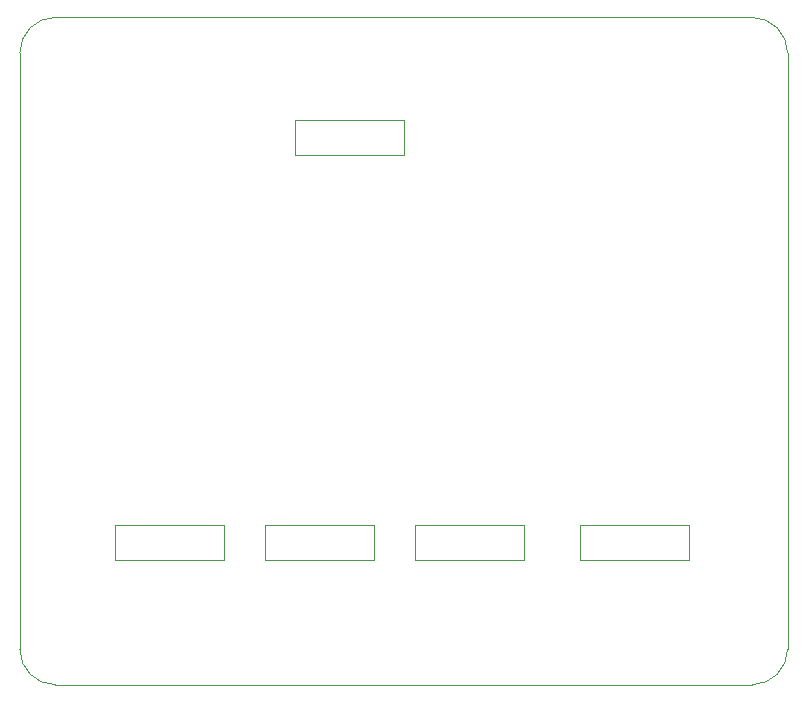
<source format=gbr>
%TF.GenerationSoftware,KiCad,Pcbnew,4.0.7*%
%TF.CreationDate,2018-01-22T14:26:12+01:00*%
%TF.ProjectId,RPi_Hat,5250695F4861742E6B696361645F7063,rev?*%
%TF.FileFunction,Other,User*%
%FSLAX46Y46*%
G04 Gerber Fmt 4.6, Leading zero omitted, Abs format (unit mm)*
G04 Created by KiCad (PCBNEW 4.0.7) date 01/22/18 14:26:12*
%MOMM*%
%LPD*%
G01*
G04 APERTURE LIST*
%ADD10C,0.050000*%
%ADD11C,0.100000*%
G04 APERTURE END LIST*
D10*
D11*
X55070000Y-48260000D02*
X114070000Y-48260000D01*
X117070000Y-51260000D02*
G75*
G03X114070000Y-48260000I-3000000J0D01*
G01*
X55070000Y-48260000D02*
G75*
G03X52070000Y-51260000I0J-3000000D01*
G01*
X117070000Y-51260000D02*
X117070000Y-101760000D01*
X52070000Y-93980000D02*
X52070000Y-63500000D01*
X114070000Y-104760000D02*
G75*
G03X117070000Y-101760000I0J3000000D01*
G01*
X52070000Y-101760000D02*
G75*
G03X55070000Y-104760000I3000000J0D01*
G01*
X52070000Y-86260000D02*
X52070000Y-101760000D01*
X52070000Y-51260000D02*
X52070000Y-67260000D01*
X55070000Y-104760000D02*
X114070000Y-104760000D01*
D10*
X99540000Y-94210000D02*
X108740000Y-94210000D01*
X99540000Y-94210000D02*
X99540000Y-91210000D01*
X108740000Y-91210000D02*
X108740000Y-94210000D01*
X108740000Y-91210000D02*
X99540000Y-91210000D01*
X85570000Y-94210000D02*
X94770000Y-94210000D01*
X85570000Y-94210000D02*
X85570000Y-91210000D01*
X94770000Y-91210000D02*
X94770000Y-94210000D01*
X94770000Y-91210000D02*
X85570000Y-91210000D01*
X72870000Y-94210000D02*
X82070000Y-94210000D01*
X72870000Y-94210000D02*
X72870000Y-91210000D01*
X82070000Y-91210000D02*
X82070000Y-94210000D01*
X82070000Y-91210000D02*
X72870000Y-91210000D01*
X60170000Y-94210000D02*
X69370000Y-94210000D01*
X60170000Y-94210000D02*
X60170000Y-91210000D01*
X69370000Y-91210000D02*
X69370000Y-94210000D01*
X69370000Y-91210000D02*
X60170000Y-91210000D01*
X75410000Y-59920000D02*
X84610000Y-59920000D01*
X75410000Y-59920000D02*
X75410000Y-56920000D01*
X84610000Y-56920000D02*
X84610000Y-59920000D01*
X84610000Y-56920000D02*
X75410000Y-56920000D01*
M02*

</source>
